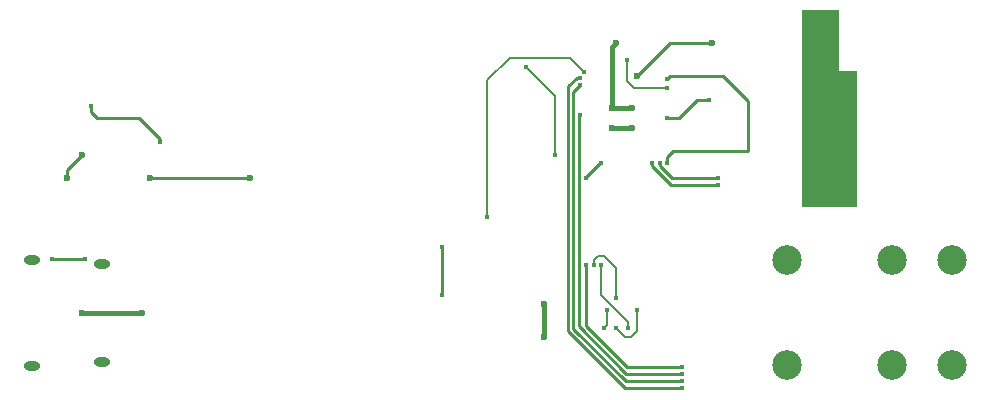
<source format=gbr>
G04 #@! TF.FileFunction,Copper,L2,Bot,Signal*
%FSLAX46Y46*%
G04 Gerber Fmt 4.6, Leading zero omitted, Abs format (unit mm)*
G04 Created by KiCad (PCBNEW 4.0.7) date 04/10/18 01:40:05*
%MOMM*%
%LPD*%
G01*
G04 APERTURE LIST*
%ADD10C,0.100000*%
%ADD11C,0.010000*%
%ADD12O,1.400000X0.800000*%
%ADD13C,2.500000*%
%ADD14C,0.600000*%
%ADD15C,0.400000*%
%ADD16C,0.250000*%
%ADD17C,0.400000*%
%ADD18C,0.300000*%
%ADD19C,0.160000*%
G04 APERTURE END LIST*
D10*
D11*
G36*
X177794000Y-92532333D02*
X177794000Y-75937667D01*
X180842000Y-75937667D01*
X180842000Y-81102333D01*
X182366000Y-81102333D01*
X182366000Y-92532333D01*
X177794000Y-92532333D01*
X177794000Y-92532333D01*
G37*
X177794000Y-92532333D02*
X177794000Y-75937667D01*
X180842000Y-75937667D01*
X180842000Y-81102333D01*
X182366000Y-81102333D01*
X182366000Y-92532333D01*
X177794000Y-92532333D01*
D12*
X118535000Y-97470000D03*
X118535000Y-105730000D03*
X112585000Y-106090000D03*
X112585000Y-97110000D03*
D13*
X176530000Y-106045000D03*
X185420000Y-97155000D03*
X185420000Y-106045000D03*
X190500000Y-106045000D03*
X190500000Y-97155000D03*
X176530000Y-97155000D03*
D14*
X116840000Y-88265000D03*
X115570000Y-90170000D03*
X162052000Y-78739926D03*
X161697500Y-85952500D03*
X163422500Y-85952500D03*
X163422500Y-84227500D03*
X161697500Y-84227500D03*
X155956000Y-103632000D03*
X155956000Y-100838000D03*
X121920000Y-101600000D03*
X116840000Y-101600000D03*
D15*
X159512000Y-90170000D03*
X160782000Y-88900000D03*
X147320000Y-96012090D03*
D14*
X131064000Y-90170000D03*
D15*
X147320000Y-100076000D03*
D14*
X122555000Y-90170000D03*
D15*
X169926000Y-83566000D03*
X166370000Y-85090000D03*
X166370000Y-88900000D03*
X166370000Y-81788000D03*
D14*
X170180000Y-78740000D03*
X163830000Y-81534000D03*
D15*
X117602000Y-84074000D03*
X123444000Y-87122000D03*
X117094000Y-97028000D03*
X114300000Y-97028000D03*
X170688000Y-90170000D03*
X165769997Y-88900000D03*
X170688000Y-90770003D03*
X165100000Y-88900000D03*
X154432000Y-80772000D03*
X156863761Y-88259937D03*
X159371432Y-81201536D03*
X151130000Y-93472000D03*
X162985053Y-80199495D03*
X166370000Y-82550000D03*
X159004118Y-81695977D03*
X167640000Y-107972069D03*
X159004000Y-82295978D03*
X167640000Y-107372056D03*
X167640000Y-106772043D03*
X159004000Y-84836000D03*
X167640000Y-106171936D03*
X159512000Y-97536000D03*
X161290000Y-101346000D03*
X161036000Y-102870000D03*
X163830000Y-101346000D03*
X162052000Y-102870000D03*
X163068000Y-102870000D03*
X160782000Y-97536000D03*
X162052000Y-100330000D03*
X160181997Y-97536000D03*
D16*
X115570000Y-89535000D02*
X115570000Y-90170000D01*
X115570000Y-89535000D02*
X116840000Y-88265000D01*
D17*
X161697500Y-79094426D02*
X161752001Y-79039925D01*
X161697500Y-84227500D02*
X161697500Y-79094426D01*
X161752001Y-79039925D02*
X162052000Y-78739926D01*
X176403000Y-97155000D02*
X176530000Y-97155000D01*
X161697500Y-84227500D02*
X163422500Y-84227500D01*
X161697500Y-85952500D02*
X163422500Y-85952500D01*
X155956000Y-100838000D02*
X155956000Y-103632000D01*
X116840000Y-101600000D02*
X121920000Y-101600000D01*
D18*
X160782000Y-88900000D02*
X159512000Y-90170000D01*
D16*
X147320000Y-100076000D02*
X147320000Y-96012090D01*
X122555000Y-90170000D02*
X131064000Y-90170000D01*
X166370000Y-85090000D02*
X167386000Y-85090000D01*
X167386000Y-85090000D02*
X168910000Y-83566000D01*
X168910000Y-83566000D02*
X169926000Y-83566000D01*
X166370000Y-81788000D02*
X166624000Y-81534000D01*
X166624000Y-81534000D02*
X171069000Y-81534000D01*
X171069000Y-81534000D02*
X173228000Y-83693000D01*
X173228000Y-83693000D02*
X173228000Y-87884000D01*
X166370000Y-88646000D02*
X166370000Y-88900000D01*
X173228000Y-87884000D02*
X166878000Y-87884000D01*
X166878000Y-87884000D02*
X166370000Y-88392000D01*
X166370000Y-88392000D02*
X166370000Y-88646000D01*
X169755736Y-78740000D02*
X170180000Y-78740000D01*
X166624000Y-78740000D02*
X169755736Y-78740000D01*
X163830000Y-81534000D02*
X166624000Y-78740000D01*
X123444000Y-87122000D02*
X123444000Y-86868000D01*
X123444000Y-86868000D02*
X121666000Y-85090000D01*
X121666000Y-85090000D02*
X118110000Y-85090000D01*
X118110000Y-85090000D02*
X117602000Y-84582000D01*
X117602000Y-84582000D02*
X117602000Y-84074000D01*
X114300000Y-97028000D02*
X117094000Y-97028000D01*
X165769997Y-88900000D02*
X165769997Y-89182842D01*
X165769997Y-89182842D02*
X166757155Y-90170000D01*
X166757155Y-90170000D02*
X170688000Y-90170000D01*
X165100000Y-88900000D02*
X165100000Y-89182842D01*
X165100000Y-89182842D02*
X166687161Y-90770003D01*
X166687161Y-90770003D02*
X170688000Y-90770003D01*
D19*
X154631999Y-80971999D02*
X154432000Y-80772000D01*
X156863761Y-83203761D02*
X154631999Y-80971999D01*
X156863761Y-88259937D02*
X156863761Y-83203761D01*
X158179896Y-80010000D02*
X159171433Y-81001537D01*
X151130000Y-93472000D02*
X151130000Y-81915000D01*
X153035000Y-80010000D02*
X158179896Y-80010000D01*
X159171433Y-81001537D02*
X159371432Y-81201536D01*
X151130000Y-81915000D02*
X153035000Y-80010000D01*
X166370000Y-82550000D02*
X163576000Y-82550000D01*
X163576000Y-82550000D02*
X162985053Y-81959053D01*
X162985053Y-81959053D02*
X162985053Y-80482337D01*
X162985053Y-80482337D02*
X162985053Y-80199495D01*
D16*
X157988000Y-103124001D02*
X157988000Y-82429253D01*
X162836069Y-107972069D02*
X157988000Y-103124001D01*
X167640000Y-107972069D02*
X162836069Y-107972069D01*
X158721276Y-81695977D02*
X159004118Y-81695977D01*
X157988000Y-82429253D02*
X158721276Y-81695977D01*
X167640000Y-107372056D02*
X162872466Y-107372056D01*
X162872466Y-107372056D02*
X158438011Y-102937601D01*
X158438011Y-102937601D02*
X158438011Y-82861967D01*
X158438011Y-82861967D02*
X158804001Y-82495977D01*
X158804001Y-82495977D02*
X159004000Y-82295978D01*
X159004000Y-84836000D02*
X158888022Y-84951978D01*
X158888022Y-102751202D02*
X162908863Y-106772043D01*
X162908863Y-106772043D02*
X167357158Y-106772043D01*
X158888022Y-84951978D02*
X158888022Y-102751202D01*
X167357158Y-106772043D02*
X167640000Y-106772043D01*
X167357158Y-106171936D02*
X167640000Y-106171936D01*
X162945166Y-106171936D02*
X167357158Y-106171936D01*
X159512000Y-102738770D02*
X162945166Y-106171936D01*
X159512000Y-97536000D02*
X159512000Y-102738770D01*
D19*
X161290000Y-102616000D02*
X161290000Y-101628842D01*
X161036000Y-102870000D02*
X161290000Y-102616000D01*
X161290000Y-101628842D02*
X161290000Y-101346000D01*
X163830000Y-103124000D02*
X163830000Y-101628842D01*
X163345205Y-103608795D02*
X163830000Y-103124000D01*
X162052000Y-102870000D02*
X162790795Y-103608795D01*
X163830000Y-101628842D02*
X163830000Y-101346000D01*
X162790795Y-103608795D02*
X163345205Y-103608795D01*
X163068000Y-102587158D02*
X163068000Y-102870000D01*
X160782000Y-100076000D02*
X163068000Y-102362000D01*
X160782000Y-97536000D02*
X160782000Y-100076000D01*
X163068000Y-102362000D02*
X163068000Y-102587158D01*
X160181997Y-97536000D02*
X160181997Y-97120003D01*
X160528000Y-96774000D02*
X161036000Y-96774000D01*
X160181997Y-97120003D02*
X160528000Y-96774000D01*
X161036000Y-96774000D02*
X162052000Y-97790000D01*
X162052000Y-97790000D02*
X162052000Y-100330000D01*
M02*

</source>
